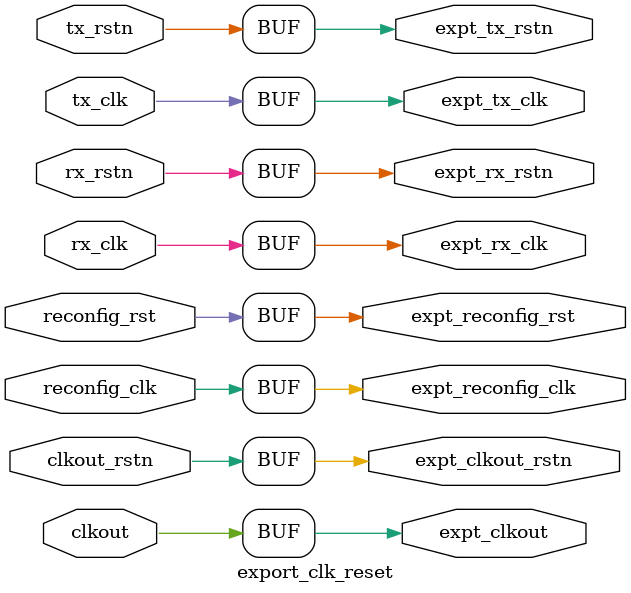
<source format=v>
module export_clk_reset(

	input  wire tx_clk,
	input  wire tx_rstn,
	input  wire rx_clk,
	input  wire rx_rstn,
	input  wire reconfig_clk,
	input  wire reconfig_rst,
	input  wire clkout,
	input  wire clkout_rstn,

	
	output  wire expt_tx_clk,
	output  wire expt_tx_rstn,
	output  wire expt_rx_clk,
	output  wire expt_rx_rstn,
	output  wire expt_reconfig_clk,
	output  wire expt_reconfig_rst,
	output  wire expt_clkout,
	output  wire expt_clkout_rstn

	
);

assign expt_tx_clk  = tx_clk; 
assign expt_tx_rstn = tx_rstn; 
assign expt_rx_clk  = rx_clk; 
assign expt_rx_rstn = rx_rstn; 

assign expt_reconfig_clk = reconfig_clk;
assign expt_reconfig_rst = reconfig_rst;
assign expt_clkout       = clkout;
assign expt_clkout_rstn  = clkout_rstn;


endmodule

</source>
